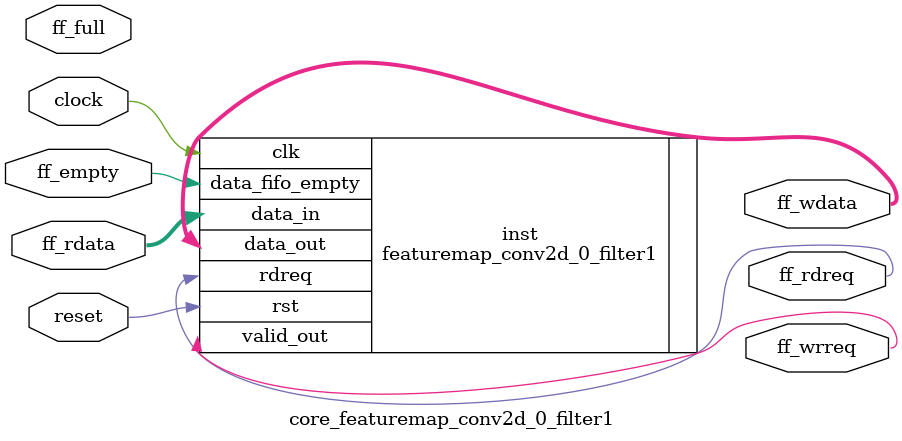
<source format=v>
module core_featuremap_conv2d_0_filter1 (
    clock,
    reset,
    // FIFO READ
    ff_rdata,
    ff_rdreq,
    ff_empty,
    // FIFO WRITE
    ff_wdata,
    ff_wrreq,
    ff_full
);
//
parameter  DWIDTH = 32;
//
input   clock;
input   reset;
// FIFO READ
input [DWIDTH*3-1:0] ff_rdata;
output               ff_rdreq;
input                ff_empty;
// FIFO WRITE
output [DWIDTH-1:0]   ff_wdata;
output                ff_wrreq;
input                 ff_full;
//

featuremap_conv2d_0_filter1 inst(
    .clk(clock),
    .rst(reset), 

    .data_in(ff_rdata),
    .data_fifo_empty(ff_empty),

    .data_out(ff_wdata),
    .valid_out(ff_wrreq),
    .rdreq(ff_rdreq)
);

endmodule
</source>
